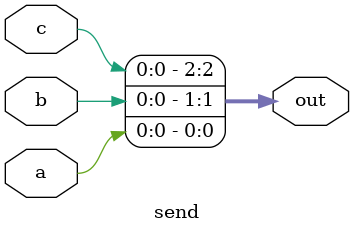
<source format=v>
module send(a, b, c, out);
input a,b,c;
output [2:0] out;
assign out[0] = a;
assign out[1] = b;
assign out[2] = c;
endmodule 
</source>
